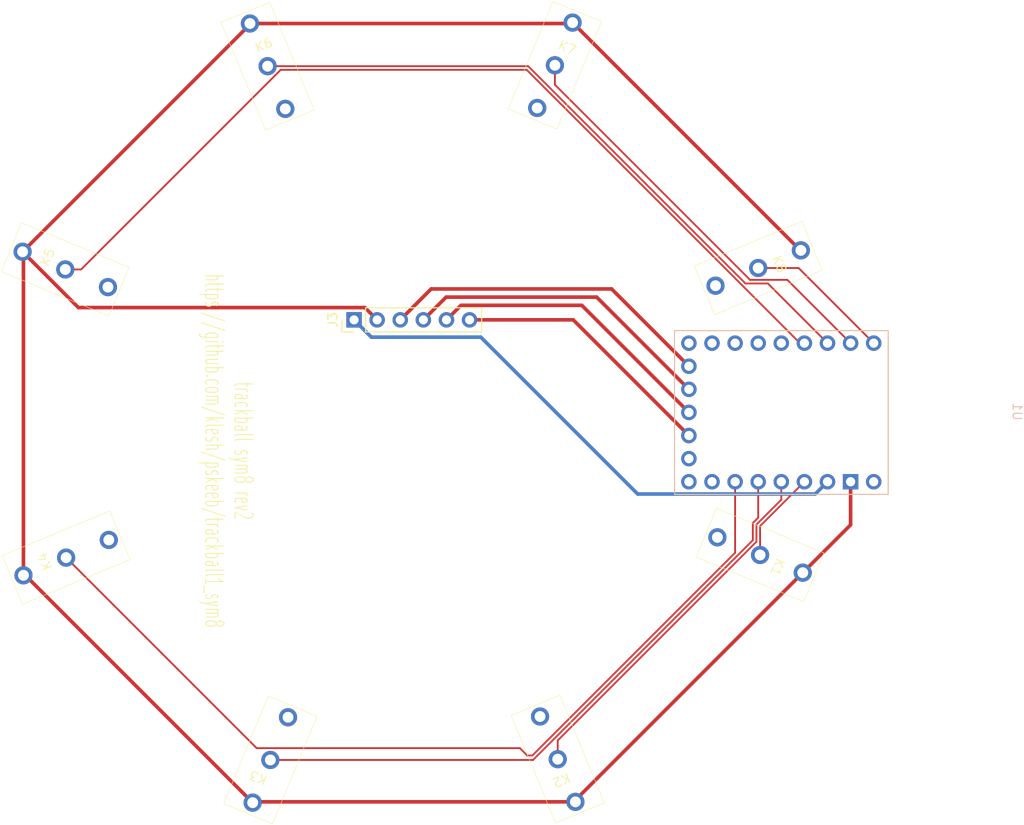
<source format=kicad_pcb>
(kicad_pcb (version 20240108) (generator "pcbnew") (generator_version "8.0")
  (layers (0 "F.Cu" signal) (31 "B.Cu" signal) (34 "B.Paste" user) (35 "F.Paste" user) (36 "B.SilkS" user "B.Silkscreen") (37 "F.SilkS" user "F.Silkscreen") (38 "B.Mask" user) (39 "F.Mask" user) (44 "Edge.Cuts" user))
  (net 0 "")
  (net 1 "nCS")
  (net 2 "GND")
  (net 3 "SCLK")
  (net 4 "MOTION")
  (net 5 "SDIO")
  (net 6 "VIN")
  (net 7 "btn1")
  (net 8 "btn2")
  (net 9 "btn3")
  (net 10 "btn4")
  (net 11 "btn5")
  (net 12 "btn6")
  (net 13 "btn7")
  (net 14 "btn8")
  (footprint "kwkb-footprint:MouseSwitch" (layer "F.Cu") (at 118.006692 82.155968 67.5)
    (property "Reference" "K5" (at 0.5 -2.3 67.5) (layer "F.SilkS") (effects (font (thickness 0.1))))
    (property "Value" "KEYSW")
    (fp_poly (pts (xy -2.9 -6.4) (xy 2.9 -6.4) (xy 2.9 6.4) (xy -2.9 6.4)) (stroke (width 0.05)) (fill none) (layer "F.SilkS"))
    (pad "1" thru_hole circle (at 0 -5.08 67.5) (size 2 2) (drill 1.2) (layers "*.Cu" "*.Mask") (net 2 "GND"))
    (pad "2" thru_hole circle (at 0 0 67.5) (size 2 2) (drill 1.2) (layers "*.Cu" "*.Mask") (net 11 "btn5"))
    (pad "3" thru_hole circle (at 0 5.08 67.5) (size 2 2) (drill 1.2) (layers "*.Cu" "*.Mask"))
  )
  (footprint "kwkb-footprint:MouseSwitch" (layer "F.Cu") (at 172.155968 136.006692 -157.5)
    (property "Reference" "K2" (at 0.5 -2.3 -157.5) (layer "F.SilkS") (effects (font (thickness 0.1))))
    (property "Value" "KEYSW")
    (fp_poly (pts (xy -2.9 -6.4) (xy 2.9 -6.4) (xy 2.9 6.4) (xy -2.9 6.4)) (stroke (width 0.05)) (fill none) (layer "F.SilkS"))
    (pad "1" thru_hole circle (at 0 -5.08 202.5) (size 2 2) (drill 1.2) (layers "*.Cu" "*.Mask") (net 2 "GND"))
    (pad "2" thru_hole circle (at 0 0 202.5) (size 2 2) (drill 1.2) (layers "*.Cu" "*.Mask") (net 8 "btn2"))
    (pad "3" thru_hole circle (at 0 5.08 202.5) (size 2 2) (drill 1.2) (layers "*.Cu" "*.Mask"))
  )
  (footprint "kwkb-footprint:MouseSwitch" (layer "F.Cu") (at 140.255968 59.806692 22.5)
    (property "Reference" "K6" (at 0.5 -2.3 22.5) (layer "F.SilkS") (effects (font (thickness 0.1))))
    (property "Value" "KEYSW")
    (fp_poly (pts (xy -2.9 -6.4) (xy 2.9 -6.4) (xy 2.9 6.4) (xy -2.9 6.4)) (stroke (width 0.05)) (fill none) (layer "F.SilkS"))
    (pad "1" thru_hole circle (at 0 -5.08 22.5) (size 2 2) (drill 1.2) (layers "*.Cu" "*.Mask") (net 2 "GND"))
    (pad "2" thru_hole circle (at 0 0 22.5) (size 2 2) (drill 1.2) (layers "*.Cu" "*.Mask") (net 12 "btn6"))
    (pad "3" thru_hole circle (at 0 5.08 22.5) (size 2 2) (drill 1.2) (layers "*.Cu" "*.Mask"))
  )
  (footprint "kwkb-footprint:MouseSwitch" (layer "F.Cu") (at 171.844032 59.706692 -22.5)
    (property "Reference" "K7" (at 0.5 -2.3 -22.5) (layer "F.SilkS") (effects (font (thickness 0.1))))
    (property "Value" "KEYSW")
    (fp_poly (pts (xy -2.9 -6.4) (xy 2.9 -6.4) (xy 2.9 6.4) (xy -2.9 6.4)) (stroke (width 0.05)) (fill none) (layer "F.SilkS"))
    (pad "1" thru_hole circle (at 0 -5.08 337.5) (size 2 2) (drill 1.2) (layers "*.Cu" "*.Mask") (net 2 "GND"))
    (pad "2" thru_hole circle (at 0 0 337.5) (size 2 2) (drill 1.2) (layers "*.Cu" "*.Mask") (net 13 "btn7"))
    (pad "3" thru_hole circle (at 0 5.08 337.5) (size 2 2) (drill 1.2) (layers "*.Cu" "*.Mask"))
  )
  (footprint "kwkb-footprint:MouseSwitch" (layer "F.Cu") (at 194.406692 113.555968 -112.5)
    (property "Reference" "K1" (at 0.5 -2.3 -112.5) (layer "F.SilkS") (effects (font (thickness 0.1))))
    (property "Value" "KEYSW")
    (fp_poly (pts (xy -2.9 -6.4) (xy 2.9 -6.4) (xy 2.9 6.4) (xy -2.9 6.4)) (stroke (width 0.05)) (fill none) (layer "F.SilkS"))
    (pad "1" thru_hole circle (at 0 -5.08 247.5) (size 2 2) (drill 1.2) (layers "*.Cu" "*.Mask") (net 2 "GND"))
    (pad "2" thru_hole circle (at 0 0 247.5) (size 2 2) (drill 1.2) (layers "*.Cu" "*.Mask") (net 7 "btn1"))
    (pad "3" thru_hole circle (at 0 5.08 247.5) (size 2 2) (drill 1.2) (layers "*.Cu" "*.Mask"))
  )
  (footprint "kwkb-footprint:MouseSwitch" (layer "F.Cu") (at 118.1 113.844032 112.5)
    (property "Reference" "K4" (at 0.5 -2.3 112.5) (layer "F.SilkS") (effects (font (thickness 0.1))))
    (property "Value" "KEYSW")
    (fp_poly (pts (xy -2.9 -6.4) (xy 2.9 -6.4) (xy 2.9 6.4) (xy -2.9 6.4)) (stroke (width 0.05)) (fill none) (layer "F.SilkS"))
    (pad "1" thru_hole circle (at 0 -5.08 112.5) (size 2 2) (drill 1.2) (layers "*.Cu" "*.Mask") (net 2 "GND"))
    (pad "2" thru_hole circle (at 0 0 112.5) (size 2 2) (drill 1.2) (layers "*.Cu" "*.Mask") (net 10 "btn4"))
    (pad "3" thru_hole circle (at 0 5.08 112.5) (size 2 2) (drill 1.2) (layers "*.Cu" "*.Mask"))
  )
  (footprint "kwkb-footprint:MouseSwitch" (layer "F.Cu") (at 194.2 82 -67.5)
    (property "Reference" "K8" (at 0.5 -2.3 -67.5) (layer "F.SilkS") (effects (font (thickness 0.1))))
    (property "Value" "KEYSW")
    (fp_poly (pts (xy -2.9 -6.4) (xy 2.9 -6.4) (xy 2.9 6.4) (xy -2.9 6.4)) (stroke (width 0.05)) (fill none) (layer "F.SilkS"))
    (pad "1" thru_hole circle (at 0 -5.08 292.5) (size 2 2) (drill 1.2) (layers "*.Cu" "*.Mask") (net 2 "GND"))
    (pad "2" thru_hole circle (at 0 0 292.5) (size 2 2) (drill 1.2) (layers "*.Cu" "*.Mask") (net 14 "btn8"))
    (pad "3" thru_hole circle (at 0 5.08 292.5) (size 2 2) (drill 1.2) (layers "*.Cu" "*.Mask"))
  )
  (footprint "Connector_PinHeader_2.54mm:PinHeader_1x06_P2.54mm_Vertical" (layer "F.Cu") (at 149.76 87.7 90)
    (property "Reference" "J3" (at 0 -2.33 90) (layer "F.SilkS"))
    (property "Value" "Conn_01x06")
    (fp_line (start -1.33 -1.33) (end 0 -1.33) (stroke (width 0.12)) (layer "F.SilkS"))
    (fp_line (start -1.33 0) (end -1.33 -1.33) (stroke (width 0.12)) (layer "F.SilkS"))
    (fp_line (start 1.33 1.27) (end 1.33 14.03) (stroke (width 0.12)) (layer "F.SilkS"))
    (fp_line (start -1.33 1.27) (end 1.33 1.27) (stroke (width 0.12)) (layer "F.SilkS"))
    (fp_line (start -1.33 1.27) (end -1.33 14.03) (stroke (width 0.12)) (layer "F.SilkS"))
    (fp_line (start -1.33 14.03) (end 1.33 14.03) (stroke (width 0.12)) (layer "F.SilkS"))
    (pad "1" thru_hole rect (at 0 0 90) (size 1.7 1.7) (drill 1) (layers "*.Cu" "*.Mask") (net 6 "VIN"))
    (pad "2" thru_hole oval (at 0 2.54 90) (size 1.7 1.7) (drill 1) (layers "*.Cu" "*.Mask") (net 2 "GND"))
    (pad "3" thru_hole oval (at 0 5.08 90) (size 1.7 1.7) (drill 1) (layers "*.Cu" "*.Mask") (net 5 "SDIO"))
    (pad "4" thru_hole oval (at 0 7.62 90) (size 1.7 1.7) (drill 1) (layers "*.Cu" "*.Mask") (net 3 "SCLK"))
    (pad "5" thru_hole oval (at 0 10.16 90) (size 1.7 1.7) (drill 1) (layers "*.Cu" "*.Mask") (net 1 "nCS"))
    (pad "6" thru_hole oval (at 0 12.7 90) (size 1.7 1.7) (drill 1) (layers "*.Cu" "*.Mask") (net 4 "MOTION"))
  )
  (footprint "kwkb-footprint:MouseSwitch" (layer "F.Cu") (at 140.555968 136.093308 157.5)
    (property "Reference" "K3" (at 0.5 -2.3 157.5) (layer "F.SilkS") (effects (font (thickness 0.1))))
    (property "Value" "KEYSW")
    (fp_poly (pts (xy -2.9 -6.4) (xy 2.9 -6.4) (xy 2.9 6.4) (xy -2.9 6.4)) (stroke (width 0.05)) (fill none) (layer "F.SilkS"))
    (pad "1" thru_hole circle (at 0 -5.08 157.5) (size 2 2) (drill 1.2) (layers "*.Cu" "*.Mask") (net 2 "GND"))
    (pad "2" thru_hole circle (at 0 0 157.5) (size 2 2) (drill 1.2) (layers "*.Cu" "*.Mask") (net 9 "btn3"))
    (pad "3" thru_hole circle (at 0 5.08 157.5) (size 2 2) (drill 1.2) (layers "*.Cu" "*.Mask"))
  )
  (footprint "kwkb-footprint:RP2024-Zero" (layer "B.Cu") (at 208.49 97.88 90)
    (property "Reference" "U1" (at 0.1 14.2 -90) (layer "B.SilkS") (effects (font (thickness 0.1)) (justify mirror)))
    (property "Value" "~")
    (fp_rect (start 9 -23.5) (end -9 0) (stroke (width 0.1)) (fill none) (layer "B.SilkS"))
    (fp_rect (start 8.98 -23.48) (end -9.02 0.02) (stroke (width 0.1)) (fill none) (layer "F.SilkS"))
    (pad "1" thru_hole oval (at -7.62 -1.59 90) (size 1.7 1.7) (drill 1.02) (layers "*.Cu" "*.Mask"))
    (pad "2" thru_hole rect (at -7.62 -4.13 90) (size 1.7 1.7) (drill 1.02) (layers "*.Cu" "*.Mask") (net 2 "GND"))
    (pad "3" thru_hole oval (at -7.62 -6.67 90) (size 1.7 1.7) (drill 1.02) (layers "*.Cu" "*.Mask") (net 6 "VIN"))
    (pad "4" thru_hole oval (at -7.62 -9.21 90) (size 1.7 1.7) (drill 1.02) (layers "*.Cu" "*.Mask") (net 7 "btn1"))
    (pad "5" thru_hole oval (at -7.62 -11.75 90) (size 1.7 1.7) (drill 1.02) (layers "*.Cu" "*.Mask") (net 8 "btn2"))
    (pad "6" thru_hole oval (at -7.62 -14.29 90) (size 1.7 1.7) (drill 1.02) (layers "*.Cu" "*.Mask") (net 9 "btn3"))
    (pad "7" thru_hole oval (at -7.62 -16.83 90) (size 1.7 1.7) (drill 1.02) (layers "*.Cu" "*.Mask") (net 10 "btn4"))
    (pad "8" thru_hole oval (at -7.62 -19.37 90) (size 1.7 1.7) (drill 1.02) (layers "*.Cu" "*.Mask"))
    (pad "9" thru_hole oval (at -7.62 -21.91 90) (size 1.7 1.7) (drill 1.02) (layers "*.Cu" "*.Mask"))
    (pad "10" thru_hole oval (at -5.08 -21.91 90) (size 1.7 1.7) (drill 1.02) (layers "*.Cu" "*.Mask"))
    (pad "11" thru_hole oval (at -2.54 -21.91 90) (size 1.7 1.7) (drill 1.02) (layers "*.Cu" "*.Mask") (net 4 "MOTION"))
    (pad "12" thru_hole oval (at 0 -21.91 90) (size 1.7 1.7) (drill 1.02) (layers "*.Cu" "*.Mask") (net 1 "nCS"))
    (pad "13" thru_hole oval (at 2.54 -21.91 90) (size 1.7 1.7) (drill 1.02) (layers "*.Cu" "*.Mask") (net 3 "SCLK"))
    (pad "14" thru_hole oval (at 5.08 -21.91 90) (size 1.7 1.7) (drill 1.02) (layers "*.Cu" "*.Mask") (net 5 "SDIO"))
    (pad "15" thru_hole oval (at 7.62 -21.91 90) (size 1.7 1.7) (drill 1.02) (layers "*.Cu" "*.Mask"))
    (pad "16" thru_hole oval (at 7.62 -19.37 90) (size 1.7 1.7) (drill 1.02) (layers "*.Cu" "*.Mask"))
    (pad "17" thru_hole oval (at 7.62 -16.83 90) (size 1.7 1.7) (drill 1.02) (layers "*.Cu" "*.Mask"))
    (pad "18" thru_hole oval (at 7.62 -14.29 90) (size 1.7 1.7) (drill 1.02) (layers "*.Cu" "*.Mask"))
    (pad "19" thru_hole oval (at 7.62 -11.75 90) (size 1.7 1.7) (drill 1.02) (layers "*.Cu" "*.Mask"))
    (pad "20" thru_hole oval (at 7.62 -9.21 90) (size 1.7 1.7) (drill 1.02) (layers "*.Cu" "*.Mask") (net 11 "btn5"))
    (pad "21" thru_hole oval (at 7.62 -6.67 90) (size 1.7 1.7) (drill 1.02) (layers "*.Cu" "*.Mask") (net 12 "btn6"))
    (pad "22" thru_hole oval (at 7.62 -4.13 90) (size 1.7 1.7) (drill 1.02) (layers "*.Cu" "*.Mask") (net 13 "btn7"))
    (pad "23" thru_hole oval (at 7.62 -1.59 90) (size 1.7 1.7) (drill 1.02) (layers "*.Cu" "*.Mask") (net 14 "btn8"))
  )
  (gr_text "trackball sym8 rev2\nhttps://github.com/klesh/pskeeb/trackball1_sym8" (at 133.2 102.1 270) (layer "F.SilkS") (effects (font (size 2 1) (thickness 0.1)) (justify bottom)))
  (segment (start 174.8 86.1) (end 186.58 97.88) (width 0.4) (layer "F.Cu") (net 1))
  (segment (start 161.52 86.1) (end 174.8 86.1) (width 0.4) (layer "F.Cu") (net 1))
  (segment (start 159.92 87.7) (end 161.52 86.1) (width 0.4) (layer "F.Cu") (net 1))
  (segment (start 204.36 110.24) (end 199.1 115.5) (width 0.4) (layer "F.Cu") (net 2))
  (segment (start 152.3 87.7) (end 150.95 86.35) (width 0.4) (layer "F.Cu") (net 2))
  (segment (start 199.1 115.5) (end 174.1 140.5) (width 0.4) (layer "F.Cu") (net 2))
  (segment (start 204.36 105.5) (end 204.36 110.24) (width 0.4) (layer "F.Cu") (net 2))
  (segment (start 173.688064 55.113384) (end 173.788064 55.013384) (width 0.4) (layer "F.Cu") (net 2))
  (segment (start 150.95 86.35) (end 119.451448 86.35) (width 0.4) (layer "F.Cu") (net 2))
  (segment (start 113.406692 115.788064) (end 113.406692 80.305244) (width 0.4) (layer "F.Cu") (net 2))
  (segment (start 138.311936 55.113384) (end 173.688064 55.113384) (width 0.4) (layer "F.Cu") (net 2))
  (segment (start 138.611936 140.786616) (end 113.613384 115.788064) (width 0.4) (layer "F.Cu") (net 2))
  (segment (start 138.698552 140.7) (end 138.611936 140.786616) (width 0.4) (layer "F.Cu") (net 2))
  (segment (start 198.830648 80.055968) (end 198.893308 80.055968) (width 0.4) (layer "F.Cu") (net 2))
  (segment (start 174.1 140.7) (end 138.698552 140.7) (width 0.4) (layer "F.Cu") (net 2))
  (segment (start 174.1 140.5) (end 174.1 140.7) (width 0.4) (layer "F.Cu") (net 2))
  (segment (start 113.613384 115.788064) (end 113.406692 115.788064) (width 0.4) (layer "F.Cu") (net 2))
  (segment (start 119.451448 86.35) (end 113.313384 80.211936) (width 0.4) (layer "F.Cu") (net 2))
  (segment (start 113.313384 80.211936) (end 138.311936 55.213384) (width 0.4) (layer "F.Cu") (net 2))
  (segment (start 173.788064 55.013384) (end 198.830648 80.055968) (width 0.4) (layer "F.Cu") (net 2))
  (segment (start 138.311936 55.213384) (end 138.311936 55.113384) (width 0.4) (layer "F.Cu") (net 2))
  (segment (start 113.406692 80.305244) (end 113.313384 80.211936) (width 0.4) (layer "F.Cu") (net 2))
  (segment (start 159.88 85.2) (end 176.44 85.2) (width 0.4) (layer "F.Cu") (net 3))
  (segment (start 176.44 85.2) (end 186.58 95.34) (width 0.4) (layer "F.Cu") (net 3))
  (segment (start 157.38 87.7) (end 159.88 85.2) (width 0.4) (layer "F.Cu") (net 3))
  (segment (start 162.46 87.7) (end 173.86 87.7) (width 0.4) (layer "F.Cu") (net 4))
  (segment (start 173.86 87.7) (end 186.58 100.42) (width 0.4) (layer "F.Cu") (net 4))
  (segment (start 178.08 84.3) (end 186.58 92.8) (width 0.4) (layer "F.Cu") (net 5))
  (segment (start 154.84 87.7) (end 158.24 84.3) (width 0.4) (layer "F.Cu") (net 5))
  (segment (start 158.24 84.3) (end 178.08 84.3) (width 0.4) (layer "F.Cu") (net 5))
  (segment (start 151.66 89.6) (end 163.7 89.6) (width 0.4) (layer "B.Cu") (net 6))
  (segment (start 180.95 106.85) (end 200.47 106.85) (width 0.4) (layer "B.Cu") (net 6))
  (segment (start 200.47 106.85) (end 201.82 105.5) (width 0.4) (layer "B.Cu") (net 6))
  (segment (start 149.76 87.7) (end 151.66 89.6) (width 0.4) (layer "B.Cu") (net 6))
  (segment (start 163.7 89.6) (end 180.95 106.85) (width 0.4) (layer "B.Cu") (net 6))
  (segment (start 194.406692 110.373308) (end 194.406692 113.555968) (width 0.2) (layer "F.Cu") (net 7))
  (segment (start 199.28 105.5) (end 194.406692 110.373308) (width 0.2) (layer "F.Cu") (net 7))
  (segment (start 194.006692 110.207622) (end 194.006692 112.093308) (width 0.2) (layer "F.Cu") (net 8))
  (segment (start 172.155968 133.944032) (end 172.155968 136.006692) (width 0.2) (layer "F.Cu") (net 8))
  (segment (start 196.74 107.474314) (end 194.006692 110.207622) (width 0.2) (layer "F.Cu") (net 8))
  (segment (start 196.74 105.5) (end 196.74 107.474314) (width 0.2) (layer "F.Cu") (net 8))
  (segment (start 194.006692 112.093308) (end 172.155968 133.944032) (width 0.2) (layer "F.Cu") (net 8))
  (segment (start 193.606692 110.041936) (end 193.606692 111.927622) (width 0.2) (layer "F.Cu") (net 9))
  (segment (start 194.2 105.5) (end 194.2 109.448628) (width 0.2) (layer "F.Cu") (net 9))
  (segment (start 169.441006 136.093308) (end 140.555968 136.093308) (width 0.2) (layer "F.Cu") (net 9))
  (segment (start 194.2 109.448628) (end 193.606692 110.041936) (width 0.2) (layer "F.Cu") (net 9))
  (segment (start 193.606692 111.927622) (end 169.441006 136.093308) (width 0.2) (layer "F.Cu") (net 9))
  (segment (start 191.66 113.308628) (end 169.368628 135.6) (width 0.2) (layer "F.Cu") (net 10))
  (segment (start 167.993308 134.793308) (end 139.049276 134.793308) (width 0.2) (layer "F.Cu") (net 10))
  (segment (start 139.049276 134.793308) (end 118.1 113.844032) (width 0.2) (layer "F.Cu") (net 10))
  (segment (start 169.368628 135.6) (end 168.8 135.6) (width 0.2) (layer "F.Cu") (net 10))
  (segment (start 168.8 135.6) (end 167.993308 134.793308) (width 0.2) (layer "F.Cu") (net 10))
  (segment (start 191.66 105.5) (end 191.66 113.308628) (width 0.2) (layer "F.Cu") (net 10))
  (segment (start 141.694446 60.206692) (end 119.74517 82.155968) (width 0.2) (layer "F.Cu") (net 11))
  (segment (start 199.28 90.26) (end 198.794314 90.26) (width 0.2) (layer "F.Cu") (net 11))
  (segment (start 168.741006 60.206692) (end 141.694446 60.206692) (width 0.2) (layer "F.Cu") (net 11))
  (segment (start 198.794314 90.26) (end 168.741006 60.206692) (width 0.2) (layer "F.Cu") (net 11))
  (segment (start 119.74517 82.155968) (end 118.006692 82.155968) (width 0.2) (layer "F.Cu") (net 11))
  (segment (start 201.82 90.26) (end 195.26 83.7) (width 0.2) (layer "F.Cu") (net 12))
  (segment (start 192.8 83.7) (end 168.906692 59.806692) (width 0.2) (layer "F.Cu") (net 12))
  (segment (start 168.906692 59.806692) (end 140.255968 59.806692) (width 0.2) (layer "F.Cu") (net 12))
  (segment (start 195.26 83.7) (end 192.8 83.7) (width 0.2) (layer "F.Cu") (net 12))
  (segment (start 171.844032 61.844032) (end 171.844032 59.706692) (width 0.2) (layer "F.Cu") (net 13))
  (segment (start 204.36 90.26) (end 197.4 83.3) (width 0.2) (layer "F.Cu") (net 13))
  (segment (start 193.3 83.3) (end 171.844032 61.844032) (width 0.2) (layer "F.Cu") (net 13))
  (segment (start 197.4 83.3) (end 193.3 83.3) (width 0.2) (layer "F.Cu") (net 13))
  (segment (start 198.64 82) (end 194.2 82) (width 0.2) (layer "F.Cu") (net 14))
  (segment (start 206.9 90.26) (end 198.64 82) (width 0.2) (layer "F.Cu") (net 14))
)
</source>
